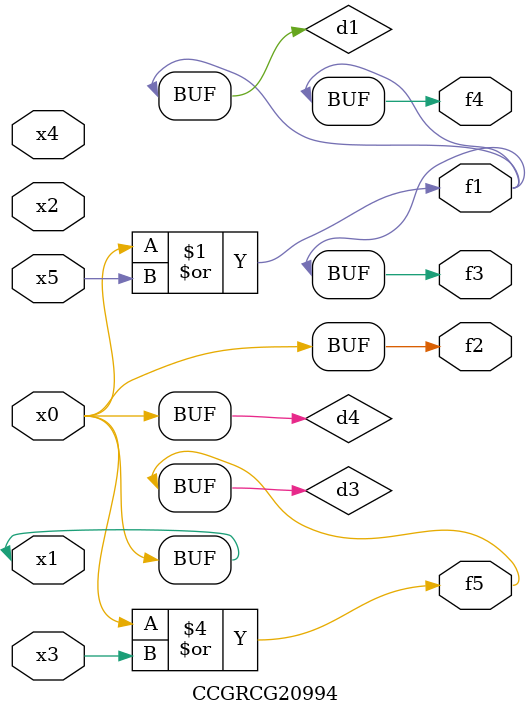
<source format=v>
module CCGRCG20994(
	input x0, x1, x2, x3, x4, x5,
	output f1, f2, f3, f4, f5
);

	wire d1, d2, d3, d4;

	or (d1, x0, x5);
	xnor (d2, x1, x4);
	or (d3, x0, x3);
	buf (d4, x0, x1);
	assign f1 = d1;
	assign f2 = d4;
	assign f3 = d1;
	assign f4 = d1;
	assign f5 = d3;
endmodule

</source>
